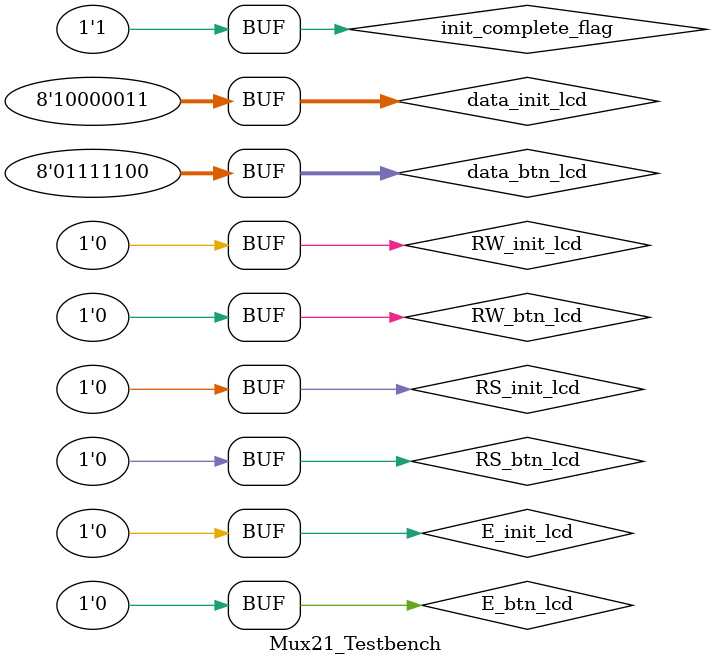
<source format=v>
`timescale 1ns / 1ps


module Mux21_Testbench;

	// Inputs
	reg [7:0] data_init_lcd;
	reg RS_init_lcd;
	reg RW_init_lcd;
	reg E_init_lcd;
	reg RS_btn_lcd;
	reg RW_btn_lcd;
	reg E_btn_lcd;
	reg [7:0] data_btn_lcd;
	reg init_complete_flag;

	// Outputs
	wire [7:0] data;
	wire RW;
	wire RS;
	wire E;

	// Instantiate the Unit Under Test (UUT)
	Mux2 uut (
		.data_init_lcd(data_init_lcd), 
		.RS_init_lcd(RS_init_lcd), 
		.RW_init_lcd(RW_init_lcd), 
		.E_init_lcd(E_init_lcd), 
		.RS_btn_lcd(RS_btn_lcd), 
		.RW_btn_lcd(RW_btn_lcd), 
		.E_btn_lcd(E_btn_lcd), 
		.data_btn_lcd(data_btn_lcd), 
		.init_complete_flag(init_complete_flag), 
		.data(data), 
		.RW(RW), 
		.RS(RS), 
		.E(E)
	);

	initial begin
		// Initialize Inputs
		data_init_lcd = 0;
		RS_init_lcd = 0;
		RW_init_lcd = 0;
		E_init_lcd = 0;
		RS_btn_lcd = 0;
		RW_btn_lcd = 0;
		E_btn_lcd = 0;
		data_btn_lcd = 0;
		init_complete_flag = 0;

		// Wait 100 ns for global reset to finish
		#100;
		
       data_init_lcd = 8'b10000011;
		 data_btn_lcd = 8'b01111100;
		 
		 
		 init_complete_flag = 0;
		 #100;
		 init_complete_flag = 1;
		 
		// Add stimulus here

	end
      
endmodule


</source>
